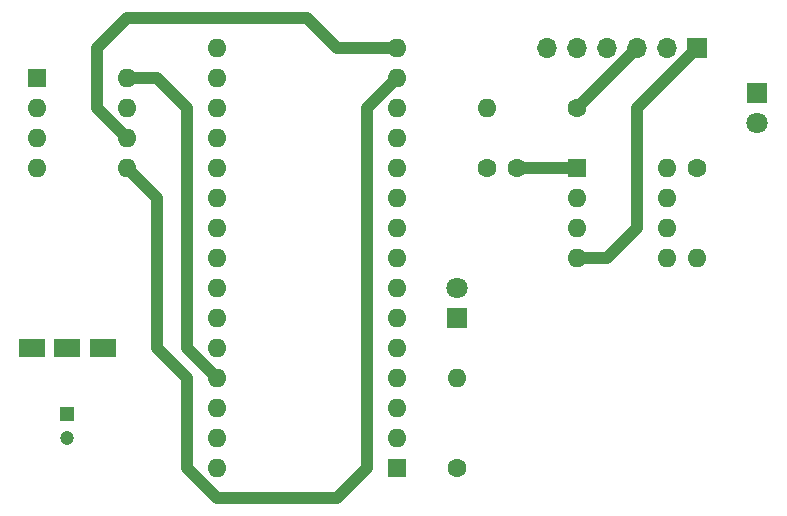
<source format=gbr>
%TF.GenerationSoftware,KiCad,Pcbnew,8.0.6*%
%TF.CreationDate,2024-11-20T11:58:57-06:00*%
%TF.ProjectId,attiny85 programmer,61747469-6e79-4383-9520-70726f677261,rev?*%
%TF.SameCoordinates,Original*%
%TF.FileFunction,Copper,L2,Bot*%
%TF.FilePolarity,Positive*%
%FSLAX46Y46*%
G04 Gerber Fmt 4.6, Leading zero omitted, Abs format (unit mm)*
G04 Created by KiCad (PCBNEW 8.0.6) date 2024-11-20 11:58:57*
%MOMM*%
%LPD*%
G01*
G04 APERTURE LIST*
%TA.AperFunction,ComponentPad*%
%ADD10R,1.600000X1.600000*%
%TD*%
%TA.AperFunction,ComponentPad*%
%ADD11O,1.600000X1.600000*%
%TD*%
%TA.AperFunction,ComponentPad*%
%ADD12R,1.200000X1.200000*%
%TD*%
%TA.AperFunction,ComponentPad*%
%ADD13C,1.200000*%
%TD*%
%TA.AperFunction,ComponentPad*%
%ADD14C,1.600000*%
%TD*%
%TA.AperFunction,ComponentPad*%
%ADD15R,1.800000X1.800000*%
%TD*%
%TA.AperFunction,ComponentPad*%
%ADD16C,1.800000*%
%TD*%
%TA.AperFunction,ComponentPad*%
%ADD17R,1.700000X1.700000*%
%TD*%
%TA.AperFunction,ComponentPad*%
%ADD18O,1.700000X1.700000*%
%TD*%
%TA.AperFunction,ComponentPad*%
%ADD19R,2.250000X1.500000*%
%TD*%
%TA.AperFunction,Conductor*%
%ADD20C,1.000000*%
%TD*%
G04 APERTURE END LIST*
D10*
%TO.P,REF\u002A\u002A,1*%
%TO.N,N/C*%
X121920000Y-86360000D03*
D11*
%TO.P,REF\u002A\u002A,2*%
X121920000Y-88900000D03*
%TO.P,REF\u002A\u002A,3*%
X121920000Y-91440000D03*
%TO.P,REF\u002A\u002A,4*%
X121920000Y-93980000D03*
%TO.P,REF\u002A\u002A,5*%
X129540000Y-93980000D03*
%TO.P,REF\u002A\u002A,6*%
X129540000Y-91440000D03*
%TO.P,REF\u002A\u002A,7*%
X129540000Y-88900000D03*
%TO.P,REF\u002A\u002A,8*%
X129540000Y-86360000D03*
%TD*%
D12*
%TO.P,REF\u002A\u002A,1*%
%TO.N,N/C*%
X124460000Y-114840000D03*
D13*
%TO.P,REF\u002A\u002A,2*%
X124460000Y-116840000D03*
%TD*%
D10*
%TO.P,REF\u002A\u002A,1*%
%TO.N,N/C*%
X167640000Y-93980000D03*
D11*
%TO.P,REF\u002A\u002A,2*%
X167640000Y-96520000D03*
%TO.P,REF\u002A\u002A,3*%
X167640000Y-99060000D03*
%TO.P,REF\u002A\u002A,4*%
X167640000Y-101600000D03*
%TO.P,REF\u002A\u002A,5*%
X175260000Y-101600000D03*
%TO.P,REF\u002A\u002A,6*%
X175260000Y-99060000D03*
%TO.P,REF\u002A\u002A,7*%
X175260000Y-96520000D03*
%TO.P,REF\u002A\u002A,8*%
X175260000Y-93980000D03*
%TD*%
D14*
%TO.P,REF\u002A\u002A,1*%
%TO.N,N/C*%
X157480000Y-119380000D03*
D11*
%TO.P,REF\u002A\u002A,2*%
X157480000Y-111760000D03*
%TD*%
D15*
%TO.P,REF\u002A\u002A,1*%
%TO.N,N/C*%
X182880000Y-87630000D03*
D16*
%TO.P,REF\u002A\u002A,2*%
X182880000Y-90170000D03*
%TD*%
D14*
%TO.P,REF\u002A\u002A,1*%
%TO.N,N/C*%
X177800000Y-93980000D03*
D11*
%TO.P,REF\u002A\u002A,2*%
X177800000Y-101600000D03*
%TD*%
D10*
%TO.P,REF\u002A\u002A,1*%
%TO.N,N/C*%
X152400000Y-119380000D03*
D11*
%TO.P,REF\u002A\u002A,2*%
X152400000Y-116840000D03*
%TO.P,REF\u002A\u002A,3*%
X152400000Y-114300000D03*
%TO.P,REF\u002A\u002A,4*%
X152400000Y-111760000D03*
%TO.P,REF\u002A\u002A,5*%
X152400000Y-109220000D03*
%TO.P,REF\u002A\u002A,6*%
X152400000Y-106680000D03*
%TO.P,REF\u002A\u002A,7*%
X152400000Y-104140000D03*
%TO.P,REF\u002A\u002A,8*%
X152400000Y-101600000D03*
%TO.P,REF\u002A\u002A,9*%
X152400000Y-99060000D03*
%TO.P,REF\u002A\u002A,10*%
X152400000Y-96520000D03*
%TO.P,REF\u002A\u002A,11*%
X152400000Y-93980000D03*
%TO.P,REF\u002A\u002A,12*%
X152400000Y-91440000D03*
%TO.P,REF\u002A\u002A,13*%
X152400000Y-88900000D03*
%TO.P,REF\u002A\u002A,14*%
X152400000Y-86360000D03*
%TO.P,REF\u002A\u002A,15*%
X152400000Y-83820000D03*
%TO.P,REF\u002A\u002A,16*%
X137160000Y-83820000D03*
%TO.P,REF\u002A\u002A,17*%
X137160000Y-86360000D03*
%TO.P,REF\u002A\u002A,18*%
X137160000Y-88900000D03*
%TO.P,REF\u002A\u002A,19*%
X137160000Y-91440000D03*
%TO.P,REF\u002A\u002A,20*%
X137160000Y-93980000D03*
%TO.P,REF\u002A\u002A,21*%
X137160000Y-96520000D03*
%TO.P,REF\u002A\u002A,22*%
X137160000Y-99060000D03*
%TO.P,REF\u002A\u002A,23*%
X137160000Y-101600000D03*
%TO.P,REF\u002A\u002A,24*%
X137160000Y-104140000D03*
%TO.P,REF\u002A\u002A,25*%
X137160000Y-106680000D03*
%TO.P,REF\u002A\u002A,26*%
X137160000Y-109220000D03*
%TO.P,REF\u002A\u002A,27*%
X137160000Y-111760000D03*
%TO.P,REF\u002A\u002A,28*%
X137160000Y-114300000D03*
%TO.P,REF\u002A\u002A,29*%
X137160000Y-116840000D03*
%TO.P,REF\u002A\u002A,30*%
X137160000Y-119380000D03*
%TD*%
D17*
%TO.P,REF\u002A\u002A,1*%
%TO.N,N/C*%
X177800000Y-83820000D03*
D18*
%TO.P,REF\u002A\u002A,2*%
X175260000Y-83820000D03*
%TO.P,REF\u002A\u002A,3*%
X172720000Y-83820000D03*
%TO.P,REF\u002A\u002A,4*%
X170180000Y-83820000D03*
%TO.P,REF\u002A\u002A,5*%
X167640000Y-83820000D03*
%TO.P,REF\u002A\u002A,6*%
X165100000Y-83820000D03*
%TD*%
D19*
%TO.P,REF\u002A\u002A,1*%
%TO.N,N/C*%
X121460000Y-109220000D03*
%TO.P,REF\u002A\u002A,2*%
X124460000Y-109220000D03*
%TO.P,REF\u002A\u002A,3*%
X127460000Y-109220000D03*
%TD*%
D14*
%TO.P,REF\u002A\u002A,1*%
%TO.N,N/C*%
X167640000Y-88900000D03*
D11*
%TO.P,REF\u002A\u002A,2*%
X160020000Y-88900000D03*
%TD*%
D15*
%TO.P,REF\u002A\u002A,1*%
%TO.N,N/C*%
X157480000Y-106680000D03*
D16*
%TO.P,REF\u002A\u002A,2*%
X157480000Y-104140000D03*
%TD*%
D14*
%TO.P,REF\u002A\u002A,1*%
%TO.N,N/C*%
X160020000Y-93980000D03*
%TO.P,REF\u002A\u002A,2*%
X162520000Y-93980000D03*
%TD*%
D20*
%TO.N,*%
X152400000Y-86360000D02*
X149860000Y-88900000D01*
X132080000Y-109220000D02*
X132080000Y-96520000D01*
X137160000Y-121920000D02*
X134620000Y-119380000D01*
X134620000Y-119380000D02*
X134620000Y-111760000D01*
X172720000Y-99060000D02*
X170180000Y-101600000D01*
X147320000Y-83820000D02*
X144780000Y-81280000D01*
X127000000Y-83820000D02*
X127000000Y-88900000D01*
X149860000Y-88900000D02*
X149860000Y-119380000D01*
X172720000Y-88900000D02*
X172720000Y-99060000D01*
X132080000Y-86360000D02*
X129540000Y-86360000D01*
X134620000Y-88900000D02*
X132080000Y-86360000D01*
X170180000Y-101600000D02*
X167640000Y-101600000D01*
X167640000Y-88900000D02*
X172720000Y-83820000D01*
X129540000Y-81280000D02*
X127000000Y-83820000D01*
X132080000Y-96520000D02*
X129540000Y-93980000D01*
X177800000Y-83820000D02*
X172720000Y-88900000D01*
X137160000Y-111760000D02*
X134620000Y-109220000D01*
X134620000Y-111760000D02*
X132080000Y-109220000D01*
X127000000Y-88900000D02*
X129540000Y-91440000D01*
X144780000Y-81280000D02*
X129540000Y-81280000D01*
X152400000Y-83820000D02*
X147320000Y-83820000D01*
X147320000Y-121920000D02*
X137160000Y-121920000D01*
X149860000Y-119380000D02*
X147320000Y-121920000D01*
X167640000Y-93980000D02*
X162520000Y-93980000D01*
X134620000Y-109220000D02*
X134620000Y-88900000D01*
%TD*%
M02*

</source>
